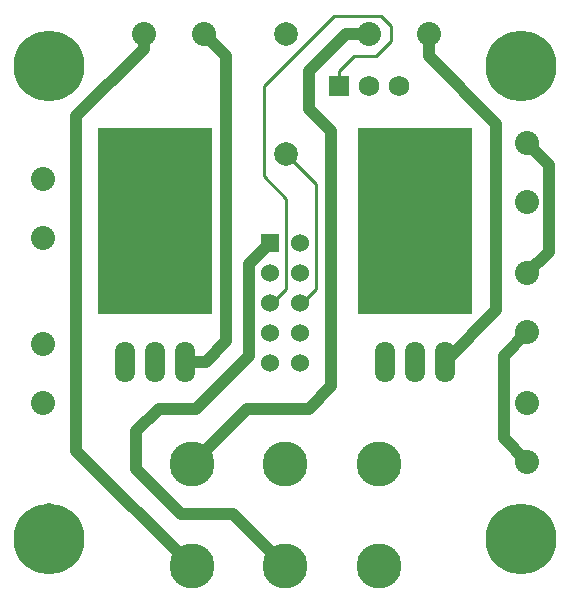
<source format=gtl>
%FSLAX46Y46*%
G04 Gerber Fmt 4.6, Leading zero omitted, Abs format (unit mm)*
G04 Created by KiCad (PCBNEW (2014-jul-16 BZR unknown)-product) date Wed 01 Oct 2014 08:58:49 PM PDT*
%MOMM*%
G01*
G04 APERTURE LIST*
%ADD10C,0.100000*%
%ADD11C,6.000000*%
%ADD12R,1.727200X1.727200*%
%ADD13C,1.727200*%
%ADD14R,1.524000X1.524000*%
%ADD15C,1.524000*%
%ADD16C,2.032000*%
%ADD17O,1.699260X3.500120*%
%ADD18R,9.652000X15.748000*%
%ADD19C,1.998980*%
%ADD20C,3.810000*%
%ADD21C,1.016000*%
%ADD22C,0.254000*%
G04 APERTURE END LIST*
D10*
D11*
X105000000Y-105000000D03*
X145000000Y-105000000D03*
X105000000Y-145000000D03*
X145000000Y-145000000D03*
D12*
X129540000Y-106680000D03*
D13*
X132080000Y-106680000D03*
X134620000Y-106680000D03*
D14*
X123730000Y-119920000D03*
D15*
X126270000Y-119920000D03*
X123730000Y-122460000D03*
X126270000Y-122460000D03*
X123730000Y-125000000D03*
X126270000Y-125000000D03*
X123730000Y-127540000D03*
X126270000Y-127540000D03*
X123730000Y-130080000D03*
X126270000Y-130080000D03*
D16*
X145500000Y-133500000D03*
X145500000Y-138500000D03*
X145500000Y-122500000D03*
X145500000Y-127500000D03*
X145500000Y-111500000D03*
X145500000Y-116500000D03*
X104500000Y-133500000D03*
X104500000Y-128500000D03*
X104500000Y-119500000D03*
X104500000Y-114500000D03*
D17*
X136000000Y-130000000D03*
X133460000Y-130000000D03*
X138540000Y-130000000D03*
D18*
X136000000Y-118062000D03*
D17*
X114000000Y-130000000D03*
X111460000Y-130000000D03*
X116540000Y-130000000D03*
D18*
X114000000Y-118062000D03*
D19*
X125095000Y-102235000D03*
X125095000Y-112395000D03*
D16*
X137172700Y-102235000D03*
X132067300Y-102235000D03*
X118122700Y-102235000D03*
X113017300Y-102235000D03*
D20*
X125000000Y-147318000D03*
X125000000Y-138682000D03*
X132924800Y-147318000D03*
X117075200Y-138682000D03*
X132924800Y-138682000D03*
X117075200Y-147318000D03*
D21*
X117075200Y-147318000D02*
X107315000Y-137557800D01*
X113017300Y-103517700D02*
X113017300Y-102235000D01*
X107315000Y-109220000D02*
X113017300Y-103517700D01*
X107315000Y-137557800D02*
X107315000Y-109220000D01*
X116540000Y-130000000D02*
X118285000Y-130000000D01*
X120015000Y-104127300D02*
X118122700Y-102235000D01*
X120015000Y-128270000D02*
X120015000Y-104127300D01*
X118285000Y-130000000D02*
X120015000Y-128270000D01*
X123730000Y-119920000D02*
X121920000Y-121730000D01*
X120557000Y-142875000D02*
X125000000Y-147318000D01*
X116205000Y-142875000D02*
X120557000Y-142875000D01*
X112395000Y-139065000D02*
X116205000Y-142875000D01*
X112395000Y-135890000D02*
X112395000Y-139065000D01*
X114300000Y-133985000D02*
X112395000Y-135890000D01*
X117475000Y-133985000D02*
X114300000Y-133985000D01*
X121920000Y-129540000D02*
X117475000Y-133985000D01*
X121920000Y-121730000D02*
X121920000Y-129540000D01*
X105000000Y-145000000D02*
X105000000Y-142500000D01*
D22*
X133985000Y-101600000D02*
X133985000Y-102870000D01*
X133096000Y-100711000D02*
X133985000Y-101600000D01*
X129159000Y-100711000D02*
X133096000Y-100711000D01*
X123190000Y-106680000D02*
X129159000Y-100711000D01*
X123190000Y-114300000D02*
X123190000Y-106680000D01*
X125095000Y-116205000D02*
X123190000Y-114300000D01*
X125095000Y-123825000D02*
X125095000Y-116205000D01*
X123920000Y-125000000D02*
X125095000Y-123825000D01*
X129540000Y-105410000D02*
X129540000Y-106680000D01*
X130810000Y-104140000D02*
X129540000Y-105410000D01*
X132715000Y-104140000D02*
X130810000Y-104140000D01*
X133985000Y-102870000D02*
X132715000Y-104140000D01*
X123730000Y-125000000D02*
X123920000Y-125000000D01*
X126270000Y-125000000D02*
X126460000Y-125000000D01*
X126460000Y-125000000D02*
X127635000Y-123825000D01*
X127635000Y-123825000D02*
X127635000Y-114935000D01*
X127635000Y-114935000D02*
X125095000Y-112395000D01*
D21*
X145500000Y-122500000D02*
X147320000Y-120680000D01*
X147320000Y-113320000D02*
X145500000Y-111500000D01*
X147320000Y-120680000D02*
X147320000Y-113320000D01*
X138540000Y-130000000D02*
X142875000Y-125665000D01*
X137172700Y-104152700D02*
X137172700Y-102235000D01*
X142875000Y-109855000D02*
X137172700Y-104152700D01*
X142875000Y-125665000D02*
X142875000Y-109855000D01*
X132067300Y-102235000D02*
X130162238Y-102235000D01*
X127000000Y-108585000D02*
X128905000Y-110490000D01*
X127000000Y-105397238D02*
X127000000Y-108585000D01*
X130162238Y-102235000D02*
X127000000Y-105397238D01*
X117075200Y-138682000D02*
X121772200Y-133985000D01*
X128905000Y-132080000D02*
X128905000Y-110490000D01*
X127000000Y-133985000D02*
X128905000Y-132080000D01*
X121772200Y-133985000D02*
X127000000Y-133985000D01*
X145500000Y-138500000D02*
X143510000Y-136510000D01*
X143510000Y-129490000D02*
X145500000Y-127500000D01*
X143510000Y-136510000D02*
X143510000Y-129490000D01*
M02*

</source>
